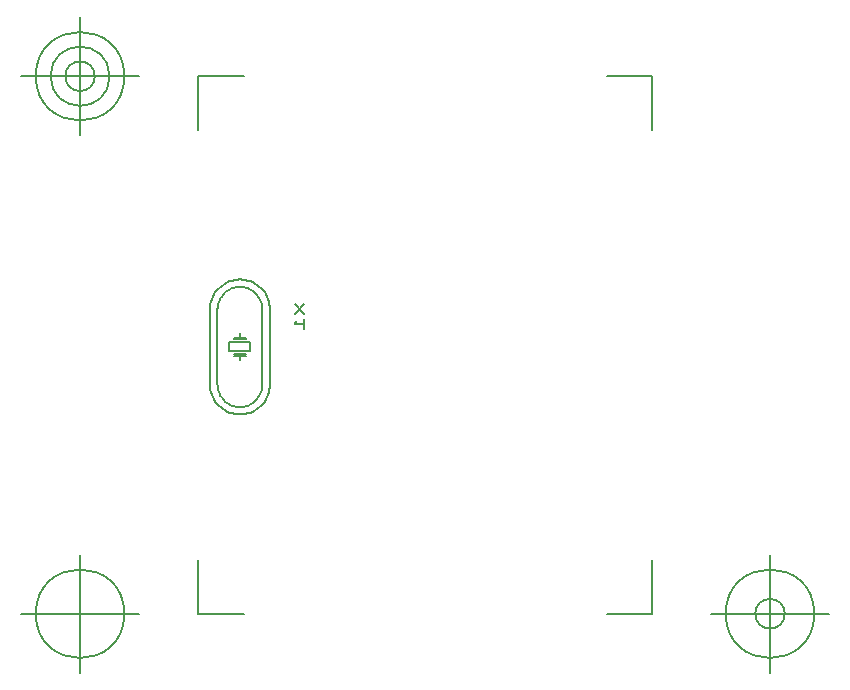
<source format=gbr>
G04 Generated by Ultiboard 14.1 *
%FSLAX34Y34*%
%MOMM*%

%ADD10C,0.0001*%
%ADD11C,0.2032*%
%ADD12C,0.1270*%


G04 ColorRGB FF14FF for the following layer *
%LNSilkscreen Bottom*%
%LPD*%
G54D10*
G54D11*
X153011Y250524D02*
X160571Y242057D01*
X160571Y250524D02*
X153011Y242057D01*
X154523Y236413D02*
X153011Y233591D01*
X160571Y233591D01*
X160571Y237824D02*
X160571Y229357D01*
X132080Y246168D02*
X132080Y182668D01*
X125730Y246168D02*
X125730Y182668D01*
X87630Y246168D02*
X87630Y182668D01*
X81280Y246168D02*
X81280Y182668D01*
X115570Y218228D02*
X115570Y210608D01*
X97790Y210608D02*
X97790Y218228D01*
X132080Y246168D02*
X131983Y248382D01*
X131694Y250579D01*
X131215Y252742D01*
X130548Y254855D01*
X129700Y256902D01*
X128677Y258868D01*
X127486Y260737D01*
X126138Y262495D01*
X124641Y264129D01*
X123007Y265626D01*
X121249Y266974D01*
X119380Y268165D01*
X117415Y269188D01*
X115367Y270036D01*
X113254Y270703D01*
X111091Y271182D01*
X108894Y271471D01*
X106680Y271568D01*
X104466Y271471D01*
X102269Y271182D01*
X100106Y270703D01*
X97993Y270036D01*
X95946Y269188D01*
X93980Y268165D01*
X92111Y266974D01*
X90353Y265626D01*
X88719Y264129D01*
X87222Y262495D01*
X85874Y260737D01*
X84683Y258868D01*
X83660Y256903D01*
X82812Y254855D01*
X82145Y252742D01*
X81666Y250579D01*
X81377Y248382D01*
X81280Y246168D01*
X81280Y246168D01*
X125730Y246168D02*
X125658Y247828D01*
X125441Y249476D01*
X125081Y251098D01*
X124581Y252683D01*
X123945Y254219D01*
X123178Y255693D01*
X122285Y257095D01*
X121273Y258413D01*
X120150Y259638D01*
X118925Y260761D01*
X117607Y261773D01*
X116205Y262666D01*
X114731Y263433D01*
X113195Y264069D01*
X111611Y264569D01*
X109988Y264929D01*
X108340Y265146D01*
X106680Y265218D01*
X105020Y265146D01*
X103372Y264929D01*
X101750Y264569D01*
X100165Y264069D01*
X98629Y263433D01*
X97155Y262666D01*
X95753Y261773D01*
X94435Y260761D01*
X93210Y259638D01*
X92087Y258413D01*
X91075Y257095D01*
X90182Y255693D01*
X89415Y254219D01*
X88779Y252683D01*
X88279Y251099D01*
X87919Y249476D01*
X87702Y247828D01*
X87630Y246168D01*
X87630Y246168D01*
X97790Y218228D02*
X115570Y218228D01*
X111760Y220768D02*
X101600Y220768D01*
X101600Y222038D02*
X111760Y222038D01*
X106680Y222038D02*
X106680Y225848D01*
X81280Y182668D02*
X81377Y180454D01*
X81666Y178257D01*
X82145Y176094D01*
X82812Y173981D01*
X83660Y171933D01*
X84683Y169968D01*
X85874Y168099D01*
X87222Y166341D01*
X88719Y164707D01*
X90353Y163210D01*
X92111Y161862D01*
X93980Y160671D01*
X95945Y159648D01*
X97993Y158800D01*
X100106Y158133D01*
X102269Y157654D01*
X104466Y157365D01*
X106680Y157268D01*
X108894Y157365D01*
X111091Y157654D01*
X113254Y158133D01*
X115367Y158800D01*
X117415Y159648D01*
X119380Y160671D01*
X121249Y161862D01*
X123007Y163210D01*
X124641Y164707D01*
X126138Y166341D01*
X127486Y168099D01*
X128677Y169968D01*
X129700Y171933D01*
X130548Y173981D01*
X131215Y176094D01*
X131694Y178257D01*
X131983Y180454D01*
X132080Y182668D01*
X132080Y182668D01*
X87630Y182668D02*
X87702Y181008D01*
X87919Y179360D01*
X88279Y177737D01*
X88779Y176153D01*
X89415Y174617D01*
X90182Y173143D01*
X91075Y171741D01*
X92087Y170423D01*
X93210Y169198D01*
X94435Y168075D01*
X95753Y167063D01*
X97155Y166170D01*
X98629Y165403D01*
X100165Y164767D01*
X101749Y164267D01*
X103372Y163907D01*
X105020Y163690D01*
X106680Y163618D01*
X108340Y163690D01*
X109988Y163907D01*
X111611Y164267D01*
X113195Y164767D01*
X114731Y165403D01*
X116205Y166170D01*
X117607Y167063D01*
X118925Y168075D01*
X120150Y169198D01*
X121273Y170423D01*
X122285Y171741D01*
X123178Y173143D01*
X123945Y174617D01*
X124581Y176153D01*
X125081Y177737D01*
X125441Y179360D01*
X125658Y181008D01*
X125730Y182668D01*
X125730Y182668D01*
X97790Y210608D02*
X115570Y210608D01*
X101600Y208068D02*
X111760Y208068D01*
X101600Y206798D02*
X111760Y206798D01*
X106680Y206798D02*
X106680Y202988D01*
G54D12*
X71305Y-11446D02*
X71305Y34063D01*
X71305Y-11446D02*
X109720Y-11446D01*
X455459Y-11446D02*
X417043Y-11446D01*
X455459Y-11446D02*
X455459Y34063D01*
X455459Y443652D02*
X455459Y398143D01*
X455459Y443652D02*
X417043Y443652D01*
X71305Y443652D02*
X109720Y443652D01*
X71305Y443652D02*
X71305Y398143D01*
X21305Y-11446D02*
X-78695Y-11446D01*
X-28695Y-61446D02*
X-28695Y38554D01*
X-66195Y-11446D02*
G75*
D01*
G02X-66195Y-11446I37500J0*
G01*
X505459Y-11446D02*
X605459Y-11446D01*
X555459Y-61446D02*
X555459Y38554D01*
X517959Y-11446D02*
G75*
D01*
G02X517959Y-11446I37500J0*
G01*
X542959Y-11446D02*
G75*
D01*
G02X542959Y-11446I12500J0*
G01*
X21305Y443652D02*
X-78695Y443652D01*
X-28695Y393652D02*
X-28695Y493652D01*
X-66195Y443652D02*
G75*
D01*
G02X-66195Y443652I37500J0*
G01*
X-53695Y443652D02*
G75*
D01*
G02X-53695Y443652I25000J0*
G01*
X-41195Y443652D02*
G75*
D01*
G02X-41195Y443652I12500J0*
G01*

M02*

</source>
